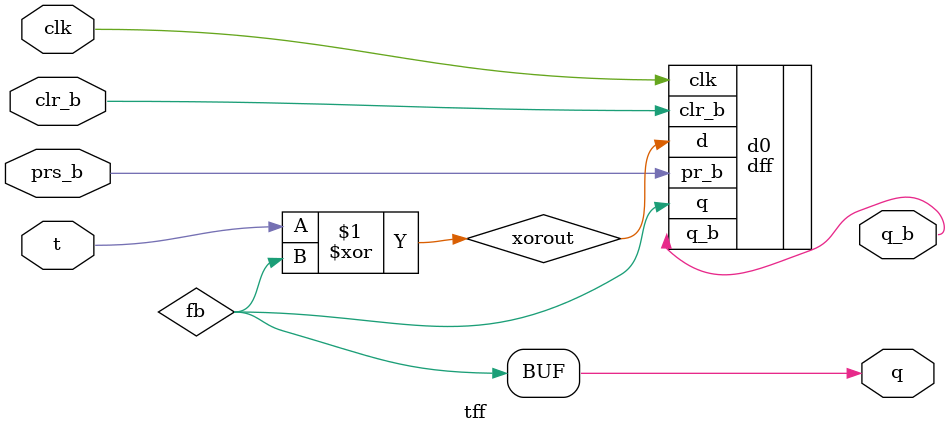
<source format=sv>
`timescale 1 us / 1 ns

module tff (t,prs_b,clr_b,clk,q,q_b);
	
	input wire t;
	input wire prs_b;
	input wire clr_b;
	input wire clk;
	output wire q;
	output wire q_b;
	
	wire xorout;
	wire fb;
	
	xor G1 (xorout,t,fb);
	
	dff d0 (.clk(clk),.pr_b(prs_b),.clr_b(clr_b),.d(xorout),.q_b(q_b),.q(fb)); 
	
	assign q = fb;
		
	
endmodule

</source>
